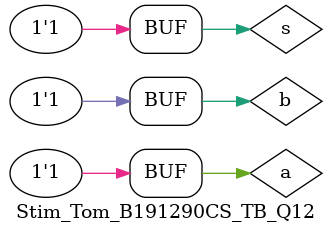
<source format=v>
module NotGate(a,b) ;  

output b ;
input a ;

nand(b,a,a) ;

endmodule 

module AndGate(a,b,c) ; 

output c ;
input a,b ;
wire x ;

nand(x,a,b);
nand(c,x,x) ;

endmodule 

module OrGate(a,b,c) ;  
output c ;
input a,b ;
wire x,y ;

nand(x,a,a) ;
nand(y,b,b) ;
nand(c,x,y) ;

endmodule 

module Mux2x1(a,b,s,c) ;

output c ;
input a,b,s ;
wire x,y,z ;

NotGate NG_1(s,z );
AndGate AG_1(a,z,x) ;
AndGate AG_2(b,s,y) ;
OrGate OG_1(x,y,c) ;

endmodule 


module Stim_Tom_B191290CS_TB_Q12 ;	

wire c ;
reg a,b,s ;

Mux2x1 M_1(a,b,s,c) ;

initial 
begin 
s = 1'b0 ; a = 1'b0 ; b = 1'b0 ;
#100 s = 1'b0 ; a = 1'b0 ; b = 1'b1 ;
#100 s = 1'b0 ; a = 1'b1 ; b = 1'b0 ;
#100 s = 1'b0 ; a = 1'b1 ; b = 1'b1 ;
#100 s = 1'b1 ; a = 1'b0 ; b = 1'b0 ;
#100 s = 1'b1 ; a = 1'b0 ; b = 1'b1 ;
#100 s = 1'b1 ; a = 1'b1 ; b = 1'b0 ;
#100 s = 1'b1 ; a = 1'b1 ; b = 1'b1 ;
#100 ;
end

endmodule

</source>
